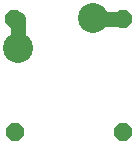
<source format=gtl>
G04 EAGLE Gerber RS-274X export*
G75*
%MOMM*%
%FSLAX34Y34*%
%LPD*%
%INTop Copper*%
%IPPOS*%
%AMOC8*
5,1,8,0,0,1.08239X$1,22.5*%
G01*
%ADD10P,1.649562X8X22.500000*%
%ADD11C,2.540000*%
%ADD12C,1.270000*%


D10*
X37600Y126500D03*
X129800Y126500D03*
X38000Y31500D03*
X129600Y31300D03*
D11*
X40900Y102400D03*
X104400Y127800D03*
D12*
X40900Y126500D02*
X37600Y126500D01*
X40900Y126500D02*
X40900Y102400D01*
X104400Y126500D02*
X129800Y126500D01*
X104400Y126500D02*
X104400Y127800D01*
M02*

</source>
